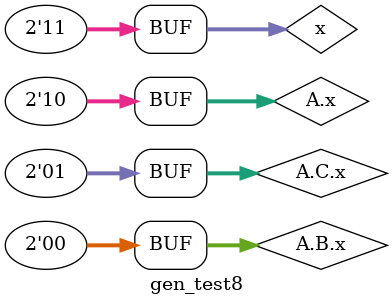
<source format=v>
/* Generated by Yosys 0.62+39 (git sha1 131911291-dirty, g++ 11.4.0-1ubuntu1~22.04.2 -Og -fPIC) */

(* top =  1  *)
(* src = "dut.sv:1.1-56.10" *)
module gen_test8();
  (* src = "dut.sv:15.16-15.17" *)
  wire [1:0] \A.B.x ;
  (* src = "dut.sv:26.16-26.17" *)
  wire [1:0] \A.C.x ;
  (* src = "dut.sv:13.15-13.16" *)
  wire [1:0] \A.x ;
  (* src = "dut.sv:10.13-10.14" *)
  wire [1:0] x;
  assign \A.C.x  = 2'h1;
  assign \A.B.x  = 2'h0;
  assign \A.x  = 2'h2;
  assign x = 2'h3;
endmodule

</source>
